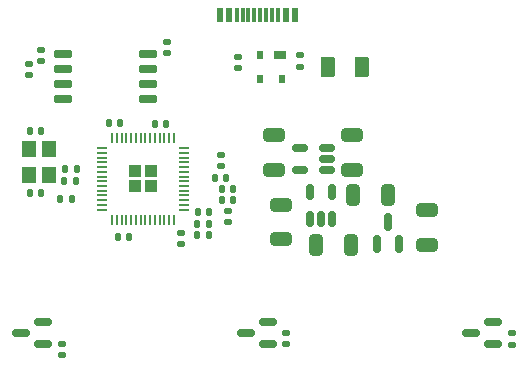
<source format=gbr>
%TF.GenerationSoftware,KiCad,Pcbnew,(7.0.0-0)*%
%TF.CreationDate,2023-04-23T03:46:06-05:00*%
%TF.ProjectId,RP2040_minimal,52503230-3430-45f6-9d69-6e696d616c2e,REV1*%
%TF.SameCoordinates,Original*%
%TF.FileFunction,Paste,Top*%
%TF.FilePolarity,Positive*%
%FSLAX46Y46*%
G04 Gerber Fmt 4.6, Leading zero omitted, Abs format (unit mm)*
G04 Created by KiCad (PCBNEW (7.0.0-0)) date 2023-04-23 03:46:06*
%MOMM*%
%LPD*%
G01*
G04 APERTURE LIST*
G04 Aperture macros list*
%AMRoundRect*
0 Rectangle with rounded corners*
0 $1 Rounding radius*
0 $2 $3 $4 $5 $6 $7 $8 $9 X,Y pos of 4 corners*
0 Add a 4 corners polygon primitive as box body*
4,1,4,$2,$3,$4,$5,$6,$7,$8,$9,$2,$3,0*
0 Add four circle primitives for the rounded corners*
1,1,$1+$1,$2,$3*
1,1,$1+$1,$4,$5*
1,1,$1+$1,$6,$7*
1,1,$1+$1,$8,$9*
0 Add four rect primitives between the rounded corners*
20,1,$1+$1,$2,$3,$4,$5,0*
20,1,$1+$1,$4,$5,$6,$7,0*
20,1,$1+$1,$6,$7,$8,$9,0*
20,1,$1+$1,$8,$9,$2,$3,0*%
G04 Aperture macros list end*
%ADD10RoundRect,0.140000X-0.170000X0.140000X-0.170000X-0.140000X0.170000X-0.140000X0.170000X0.140000X0*%
%ADD11R,0.600000X1.150000*%
%ADD12R,0.300000X1.150000*%
%ADD13RoundRect,0.140000X-0.140000X-0.170000X0.140000X-0.170000X0.140000X0.170000X-0.140000X0.170000X0*%
%ADD14RoundRect,0.150000X0.512500X0.150000X-0.512500X0.150000X-0.512500X-0.150000X0.512500X-0.150000X0*%
%ADD15RoundRect,0.140000X0.140000X0.170000X-0.140000X0.170000X-0.140000X-0.170000X0.140000X-0.170000X0*%
%ADD16RoundRect,0.150000X0.587500X0.150000X-0.587500X0.150000X-0.587500X-0.150000X0.587500X-0.150000X0*%
%ADD17RoundRect,0.250000X0.650000X-0.325000X0.650000X0.325000X-0.650000X0.325000X-0.650000X-0.325000X0*%
%ADD18RoundRect,0.150000X0.150000X-0.587500X0.150000X0.587500X-0.150000X0.587500X-0.150000X-0.587500X0*%
%ADD19R,1.200000X1.400000*%
%ADD20R,1.000000X0.700000*%
%ADD21R,0.600000X0.700000*%
%ADD22RoundRect,0.250000X-0.325000X-0.650000X0.325000X-0.650000X0.325000X0.650000X-0.325000X0.650000X0*%
%ADD23RoundRect,0.140000X0.170000X-0.140000X0.170000X0.140000X-0.170000X0.140000X-0.170000X-0.140000X0*%
%ADD24RoundRect,0.150000X-0.650000X-0.150000X0.650000X-0.150000X0.650000X0.150000X-0.650000X0.150000X0*%
%ADD25RoundRect,0.250000X0.325000X0.650000X-0.325000X0.650000X-0.325000X-0.650000X0.325000X-0.650000X0*%
%ADD26RoundRect,0.250000X-0.650000X0.325000X-0.650000X-0.325000X0.650000X-0.325000X0.650000X0.325000X0*%
%ADD27RoundRect,0.135000X0.135000X0.185000X-0.135000X0.185000X-0.135000X-0.185000X0.135000X-0.185000X0*%
%ADD28RoundRect,0.250000X-0.292217X0.292217X-0.292217X-0.292217X0.292217X-0.292217X0.292217X0.292217X0*%
%ADD29RoundRect,0.050000X-0.050000X0.387500X-0.050000X-0.387500X0.050000X-0.387500X0.050000X0.387500X0*%
%ADD30RoundRect,0.050000X-0.387500X0.050000X-0.387500X-0.050000X0.387500X-0.050000X0.387500X0.050000X0*%
%ADD31RoundRect,0.250000X-0.375000X-0.625000X0.375000X-0.625000X0.375000X0.625000X-0.375000X0.625000X0*%
%ADD32RoundRect,0.150000X0.150000X-0.512500X0.150000X0.512500X-0.150000X0.512500X-0.150000X-0.512500X0*%
G04 APERTURE END LIST*
D10*
%TO.C,C9*%
X-2515000Y10330000D03*
X-2515000Y9370000D03*
%TD*%
D11*
%TO.C,P1*%
X3199999Y26894999D03*
X2399999Y26894999D03*
D12*
X1249999Y26894999D03*
X249999Y26894999D03*
X-249999Y26894999D03*
X-1249999Y26894999D03*
D11*
X-2399999Y26894999D03*
X-3199999Y26894999D03*
X-3199999Y26894999D03*
X-2399999Y26894999D03*
D12*
X-1749999Y26894999D03*
X-749999Y26894999D03*
X749999Y26894999D03*
X1749999Y26894999D03*
D11*
X2399999Y26894999D03*
X3199999Y26894999D03*
%TD*%
D13*
%TO.C,C12*%
X-5085000Y8240000D03*
X-4125000Y8240000D03*
%TD*%
D10*
%TO.C,C8*%
X-6455000Y8440000D03*
X-6455000Y7480000D03*
%TD*%
D14*
%TO.C,U6*%
X5862500Y13740000D03*
X5862500Y14690000D03*
X5862500Y15640000D03*
X3587500Y15640000D03*
X3587500Y13740000D03*
%TD*%
D15*
%TO.C,C2*%
X-15730000Y11330000D03*
X-16690000Y11330000D03*
%TD*%
D16*
%TO.C,U9*%
X19987500Y-950000D03*
X19987500Y950000D03*
X18112500Y0D03*
%TD*%
D15*
%TO.C,R3*%
X-2055000Y12180000D03*
X-3015000Y12180000D03*
%TD*%
D17*
%TO.C,C18*%
X8030000Y13815000D03*
X8030000Y16765000D03*
%TD*%
D18*
%TO.C,U2*%
X10120000Y7480000D03*
X12020000Y7480000D03*
X11070000Y9355000D03*
%TD*%
D13*
%TO.C,C11*%
X-5095000Y9230000D03*
X-4135000Y9230000D03*
%TD*%
D19*
%TO.C,Y1*%
X-19338092Y15549999D03*
X-19338092Y13349999D03*
X-17638092Y13349999D03*
X-17638092Y15549999D03*
%TD*%
D15*
%TO.C,C4*%
X-15380000Y12820000D03*
X-16340000Y12820000D03*
%TD*%
D20*
%TO.C,U1*%
X1909999Y23479999D03*
D21*
X209999Y23479999D03*
X209999Y21479999D03*
X2109999Y21479999D03*
%TD*%
D22*
%TO.C,C16*%
X4960000Y7455000D03*
X7910000Y7455000D03*
%TD*%
D15*
%TO.C,R4*%
X-2065000Y11250000D03*
X-3025000Y11250000D03*
%TD*%
D10*
%TO.C,R1*%
X3602500Y23480000D03*
X3602500Y22520000D03*
%TD*%
D23*
%TO.C,R6*%
X-19340000Y21820000D03*
X-19340000Y22780000D03*
%TD*%
%TO.C,C13*%
X-7655000Y23660000D03*
X-7655000Y24620000D03*
%TD*%
D24*
%TO.C,U5*%
X-16435000Y23635000D03*
X-16435000Y22365000D03*
X-16435000Y21095000D03*
X-16435000Y19825000D03*
X-9235000Y19825000D03*
X-9235000Y21095000D03*
X-9235000Y22365000D03*
X-9235000Y23635000D03*
%TD*%
D25*
%TO.C,C14*%
X11055000Y11645000D03*
X8105000Y11645000D03*
%TD*%
D13*
%TO.C,C5*%
X-3585000Y13120000D03*
X-2625000Y13120000D03*
%TD*%
D23*
%TO.C,C22*%
X-16580000Y-1880000D03*
X-16580000Y-920000D03*
%TD*%
D15*
%TO.C,C6*%
X-11600000Y17730000D03*
X-12560000Y17730000D03*
%TD*%
D26*
%TO.C,C17*%
X2042813Y10848687D03*
X2042813Y7898687D03*
%TD*%
D10*
%TO.C,R5*%
X-18350000Y23940000D03*
X-18350000Y22980000D03*
%TD*%
D27*
%TO.C,R7*%
X-15250000Y13840000D03*
X-16270000Y13840000D03*
%TD*%
D16*
%TO.C,U8*%
X937500Y-950000D03*
X937500Y950000D03*
X-937500Y0D03*
%TD*%
D10*
%TO.C,C24*%
X2450000Y10000D03*
X2450000Y-950000D03*
%TD*%
D28*
%TO.C,U3*%
X-9045162Y13659500D03*
X-10320162Y13659500D03*
X-9045162Y12384500D03*
X-10320162Y12384500D03*
D29*
X-7082662Y16459500D03*
X-7482662Y16459500D03*
X-7882662Y16459500D03*
X-8282662Y16459500D03*
X-8682662Y16459500D03*
X-9082662Y16459500D03*
X-9482662Y16459500D03*
X-9882662Y16459500D03*
X-10282662Y16459500D03*
X-10682662Y16459500D03*
X-11082662Y16459500D03*
X-11482662Y16459500D03*
X-11882662Y16459500D03*
X-12282662Y16459500D03*
D30*
X-13120162Y15622000D03*
X-13120162Y15222000D03*
X-13120162Y14822000D03*
X-13120162Y14422000D03*
X-13120162Y14022000D03*
X-13120162Y13622000D03*
X-13120162Y13222000D03*
X-13120162Y12822000D03*
X-13120162Y12422000D03*
X-13120162Y12022000D03*
X-13120162Y11622000D03*
X-13120162Y11222000D03*
X-13120162Y10822000D03*
X-13120162Y10422000D03*
D29*
X-12282662Y9584500D03*
X-11882662Y9584500D03*
X-11482662Y9584500D03*
X-11082662Y9584500D03*
X-10682662Y9584500D03*
X-10282662Y9584500D03*
X-9882662Y9584500D03*
X-9482662Y9584500D03*
X-9082662Y9584500D03*
X-8682662Y9584500D03*
X-8282662Y9584500D03*
X-7882662Y9584500D03*
X-7482662Y9584500D03*
X-7082662Y9584500D03*
D30*
X-6245162Y10422000D03*
X-6245162Y10822000D03*
X-6245162Y11222000D03*
X-6245162Y11622000D03*
X-6245162Y12022000D03*
X-6245162Y12422000D03*
X-6245162Y12822000D03*
X-6245162Y13222000D03*
X-6245162Y13622000D03*
X-6245162Y14022000D03*
X-6245162Y14422000D03*
X-6245162Y14822000D03*
X-6245162Y15222000D03*
X-6245162Y15622000D03*
%TD*%
D17*
%TO.C,C15*%
X14365000Y7442500D03*
X14365000Y10392500D03*
%TD*%
D16*
%TO.C,U7*%
X-19987500Y0D03*
X-18112500Y950000D03*
X-18112500Y-950000D03*
%TD*%
D10*
%TO.C,R2*%
X-1680000Y23340000D03*
X-1680000Y22380000D03*
%TD*%
%TO.C,C23*%
X21520000Y-50000D03*
X21520000Y-1010000D03*
%TD*%
D15*
%TO.C,C7*%
X-7725000Y17710000D03*
X-8685000Y17710000D03*
%TD*%
%TO.C,C21*%
X-18320000Y11830000D03*
X-19280000Y11830000D03*
%TD*%
%TO.C,C3*%
X-10835000Y8070000D03*
X-11795000Y8070000D03*
%TD*%
D13*
%TO.C,C20*%
X-19285365Y17071742D03*
X-18325365Y17071742D03*
%TD*%
D31*
%TO.C,F1*%
X6020000Y22520000D03*
X8820000Y22520000D03*
%TD*%
D23*
%TO.C,C1*%
X-3115000Y14080000D03*
X-3115000Y15040000D03*
%TD*%
D13*
%TO.C,C10*%
X-5035000Y10240000D03*
X-4075000Y10240000D03*
%TD*%
D17*
%TO.C,C19*%
X1450000Y13815000D03*
X1450000Y16765000D03*
%TD*%
D32*
%TO.C,U4*%
X4435000Y9647500D03*
X5385000Y9647500D03*
X6335000Y9647500D03*
X6335000Y11922500D03*
X4435000Y11922500D03*
%TD*%
M02*

</source>
